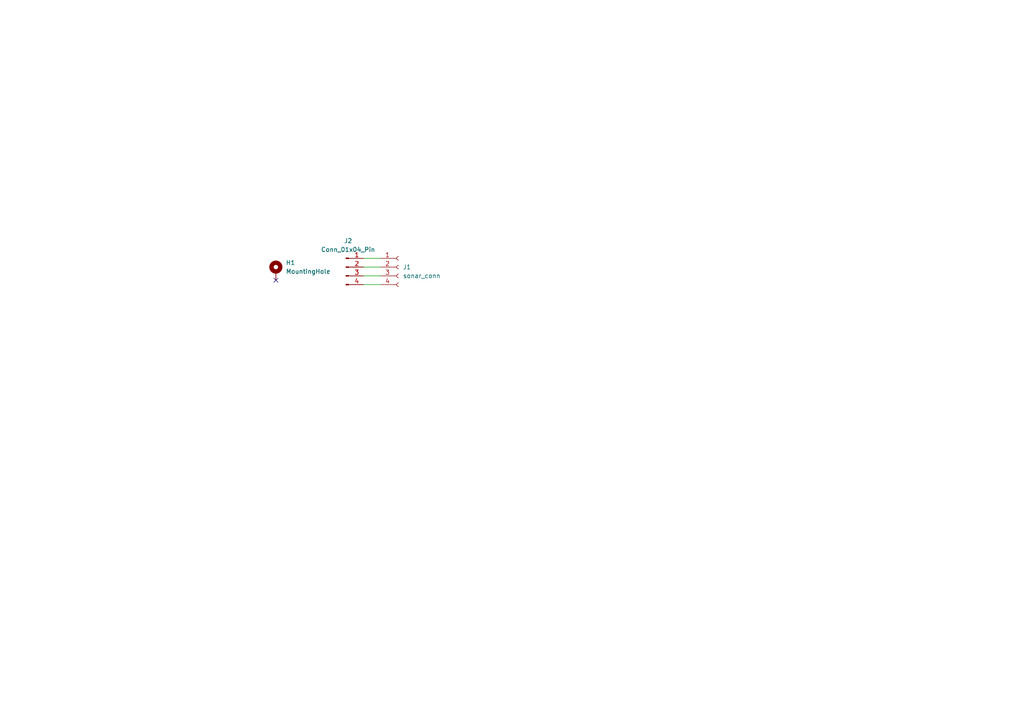
<source format=kicad_sch>
(kicad_sch (version 20230121) (generator eeschema)
  (paper "A4")
  (lib_symbols
    (symbol "Connector:Conn_01x04_Pin" (pin_names (offset 1.016) hide)
      (property "Reference" "J" (at 0 5.08 0))
      (property "Value" "Conn_01x04_Pin" (at 0 -7.62 0))
      (symbol "Conn_01x04_Pin_1_1"
        (polyline (pts (xy 1.27 -5.08) (xy 0.8636 -5.08)) (stroke (width 0.1524)))
        (polyline (pts (xy 1.27 -2.54) (xy 0.8636 -2.54)) (stroke (width 0.1524)))
        (polyline (pts (xy 1.27 0) (xy 0.8636 0)) (stroke (width 0.1524)))
        (polyline (pts (xy 1.27 2.54) (xy 0.8636 2.54)) (stroke (width 0.1524)))
        (rectangle (start 0.8636 -4.953) (end 0 -5.207) (stroke (width 0.1524)) (fill (type outline)))
        (rectangle (start 0.8636 -2.413) (end 0 -2.667) (stroke (width 0.1524)) (fill (type outline)))
        (rectangle (start 0.8636 0.127) (end 0 -0.127) (stroke (width 0.1524)) (fill (type outline)))
        (rectangle (start 0.8636 2.667) (end 0 2.413) (stroke (width 0.1524)) (fill (type outline)))
        (pin passive line (at 5.08 2.54 180) (length 3.81) (name "Pin_1") (number "1"))
        (pin passive line (at 5.08 0 180) (length 3.81) (name "Pin_2") (number "2"))
        (pin passive line (at 5.08 -2.54 180) (length 3.81) (name "Pin_3") (number "3"))
        (pin passive line (at 5.08 -5.08 180) (length 3.81) (name "Pin_4") (number "4"))
      )
    )
    (symbol "Connector:Conn_01x04_Socket" (pin_names (offset 1.016) hide)
      (property "Reference" "J" (at 0 5.08 0))
      (property "Value" "Conn_01x04_Socket" (at 0 -7.62 0))
      (symbol "Conn_01x04_Socket_1_1"
        (arc (start 0 -4.572) (mid -0.5058 -5.08) (end 0 -5.588) (stroke (width 0.1524)))
        (arc (start 0 -2.032) (mid -0.5058 -2.54) (end 0 -3.048) (stroke (width 0.1524)))
        (polyline (pts (xy -1.27 -5.08) (xy -0.508 -5.08)) (stroke (width 0.1524)))
        (polyline (pts (xy -1.27 -2.54) (xy -0.508 -2.54)) (stroke (width 0.1524)))
        (polyline (pts (xy -1.27 0) (xy -0.508 0)) (stroke (width 0.1524)))
        (polyline (pts (xy -1.27 2.54) (xy -0.508 2.54)) (stroke (width 0.1524)))
        (arc (start 0 0.508) (mid -0.5058 0) (end 0 -0.508) (stroke (width 0.1524)))
        (arc (start 0 3.048) (mid -0.5058 2.54) (end 0 2.032) (stroke (width 0.1524)))
        (pin passive line (at -5.08 2.54 0) (length 3.81) (name "Pin_1") (number "1"))
        (pin passive line (at -5.08 0 0) (length 3.81) (name "Pin_2") (number "2"))
        (pin passive line (at -5.08 -2.54 0) (length 3.81) (name "Pin_3") (number "3"))
        (pin passive line (at -5.08 -5.08 0) (length 3.81) (name "Pin_4") (number "4"))
      )
    )
    (symbol "Mechanical:MountingHole_Pad" (pin_numbers hide) (pin_names (offset 1.016) hide)
      (property "Reference" "H" (at 0 6.35 0))
      (property "Value" "MountingHole_Pad" (at 0 4.445 0))
      (symbol "MountingHole_Pad_0_1"
        (circle (center 0 1.27) (radius 1.27) (stroke (width 1.27)))
      )
      (symbol "MountingHole_Pad_1_1"
        (pin input line (at 0 -2.54 90) (length 2.54) (name "1") (number "1"))
      )
    )
  )
  (no_connect (at 80.01 81.28))
  (wire (pts (xy 105.41 80.01) (xy 110.49 80.01)))
  (wire (pts (xy 105.41 77.47) (xy 110.49 77.47)))
  (wire (pts (xy 105.41 82.55) (xy 110.49 82.55)))
  (wire (pts (xy 105.41 74.93) (xy 110.49 74.93)))
  (symbol (lib_id "Connector:Conn_01x04_Socket") (at 115.57 77.47 0) (unit 1)
    (property "Reference" "J1" (at 116.84 77.47 0) (effects (justify left)))
    (property "Value" "sonar_conn" (at 116.84 80.01 0) (effects (justify left)))
    (property "Footprint" "Connector_JST:JST_XH_B4B-XH-A_1x04_P2.50mm_Vertical" (effects hide))
    (property "LCSC" "C144395" (effects hide))
  )
  (symbol (lib_id "Mechanical:MountingHole_Pad") (at 80.01 78.74 0) (unit 1)
    (property "Reference" "H1" (at 82.8848 76.2 0) (effects (justify left)))
    (property "Value" "MountingHole" (at 82.8848 78.74 0) (effects (justify left)))
    (property "Footprint" "MountingHole:MountingHole_3.2mm_M3_DIN965_Pad" (effects hide))
  )
  (symbol (lib_id "Connector:Conn_01x04_Pin") (at 100.33 77.47 0) (unit 1)
    (property "Reference" "J2" (at 100.965 69.85 0))
    (property "Value" "Conn_01x04_Pin" (at 100.965 72.39 0))
    (property "Footprint" "Connector_PinSocket_2.54mm:PinSocket_1x04_P2.54mm_Vertical" (effects hide))
  )
)
</source>
